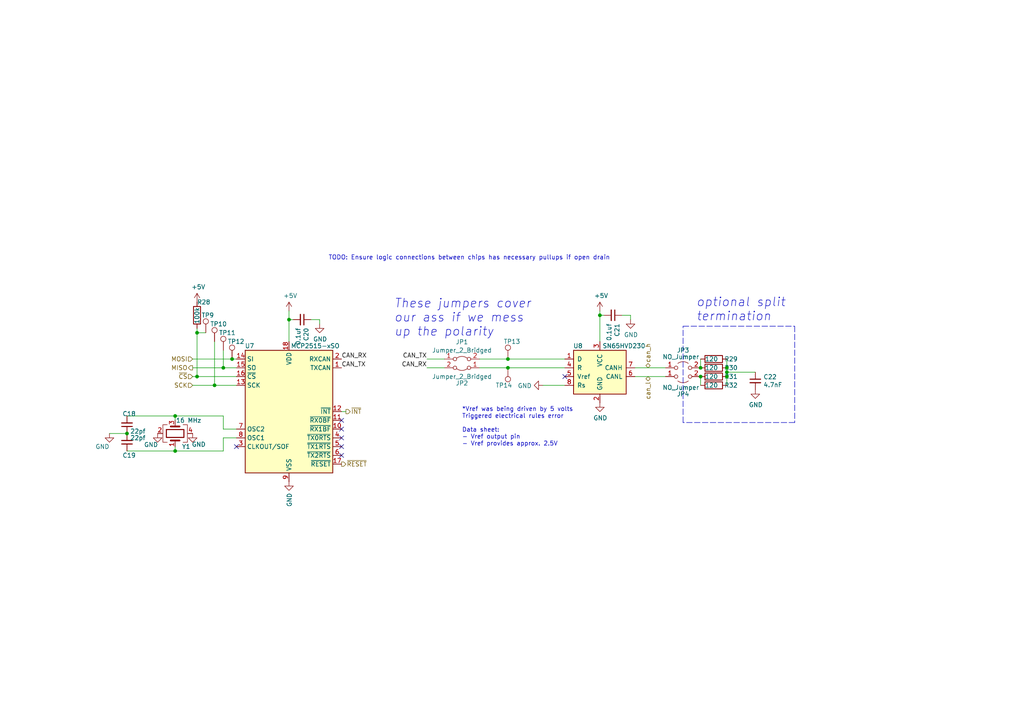
<source format=kicad_sch>
(kicad_sch (version 20211123) (generator eeschema)

  (uuid eb473bfd-fc2d-4cf0-8714-6b7dd95b0a03)

  (paper "A4")

  (lib_symbols
    (symbol "Connector:TestPoint" (pin_numbers hide) (pin_names (offset 0.762) hide) (in_bom yes) (on_board yes)
      (property "Reference" "TP" (id 0) (at 0 6.858 0)
        (effects (font (size 1.27 1.27)))
      )
      (property "Value" "TestPoint" (id 1) (at 0 5.08 0)
        (effects (font (size 1.27 1.27)))
      )
      (property "Footprint" "" (id 2) (at 5.08 0 0)
        (effects (font (size 1.27 1.27)) hide)
      )
      (property "Datasheet" "~" (id 3) (at 5.08 0 0)
        (effects (font (size 1.27 1.27)) hide)
      )
      (property "ki_keywords" "test point tp" (id 4) (at 0 0 0)
        (effects (font (size 1.27 1.27)) hide)
      )
      (property "ki_description" "test point" (id 5) (at 0 0 0)
        (effects (font (size 1.27 1.27)) hide)
      )
      (property "ki_fp_filters" "Pin* Test*" (id 6) (at 0 0 0)
        (effects (font (size 1.27 1.27)) hide)
      )
      (symbol "TestPoint_0_1"
        (circle (center 0 3.302) (radius 0.762)
          (stroke (width 0) (type default) (color 0 0 0 0))
          (fill (type none))
        )
      )
      (symbol "TestPoint_1_1"
        (pin passive line (at 0 0 90) (length 2.54)
          (name "1" (effects (font (size 1.27 1.27))))
          (number "1" (effects (font (size 1.27 1.27))))
        )
      )
    )
    (symbol "Device:C_Small" (pin_numbers hide) (pin_names (offset 0.254) hide) (in_bom yes) (on_board yes)
      (property "Reference" "C" (id 0) (at 0.254 1.778 0)
        (effects (font (size 1.27 1.27)) (justify left))
      )
      (property "Value" "C_Small" (id 1) (at 0.254 -2.032 0)
        (effects (font (size 1.27 1.27)) (justify left))
      )
      (property "Footprint" "" (id 2) (at 0 0 0)
        (effects (font (size 1.27 1.27)) hide)
      )
      (property "Datasheet" "~" (id 3) (at 0 0 0)
        (effects (font (size 1.27 1.27)) hide)
      )
      (property "ki_keywords" "capacitor cap" (id 4) (at 0 0 0)
        (effects (font (size 1.27 1.27)) hide)
      )
      (property "ki_description" "Unpolarized capacitor, small symbol" (id 5) (at 0 0 0)
        (effects (font (size 1.27 1.27)) hide)
      )
      (property "ki_fp_filters" "C_*" (id 6) (at 0 0 0)
        (effects (font (size 1.27 1.27)) hide)
      )
      (symbol "C_Small_0_1"
        (polyline
          (pts
            (xy -1.524 -0.508)
            (xy 1.524 -0.508)
          )
          (stroke (width 0.3302) (type default) (color 0 0 0 0))
          (fill (type none))
        )
        (polyline
          (pts
            (xy -1.524 0.508)
            (xy 1.524 0.508)
          )
          (stroke (width 0.3048) (type default) (color 0 0 0 0))
          (fill (type none))
        )
      )
      (symbol "C_Small_1_1"
        (pin passive line (at 0 2.54 270) (length 2.032)
          (name "~" (effects (font (size 1.27 1.27))))
          (number "1" (effects (font (size 1.27 1.27))))
        )
        (pin passive line (at 0 -2.54 90) (length 2.032)
          (name "~" (effects (font (size 1.27 1.27))))
          (number "2" (effects (font (size 1.27 1.27))))
        )
      )
    )
    (symbol "Device:Crystal_GND24" (pin_names (offset 1.016) hide) (in_bom yes) (on_board yes)
      (property "Reference" "Y" (id 0) (at 3.175 5.08 0)
        (effects (font (size 1.27 1.27)) (justify left))
      )
      (property "Value" "Crystal_GND24" (id 1) (at 3.175 3.175 0)
        (effects (font (size 1.27 1.27)) (justify left))
      )
      (property "Footprint" "" (id 2) (at 0 0 0)
        (effects (font (size 1.27 1.27)) hide)
      )
      (property "Datasheet" "~" (id 3) (at 0 0 0)
        (effects (font (size 1.27 1.27)) hide)
      )
      (property "ki_keywords" "quartz ceramic resonator oscillator" (id 4) (at 0 0 0)
        (effects (font (size 1.27 1.27)) hide)
      )
      (property "ki_description" "Four pin crystal, GND on pins 2 and 4" (id 5) (at 0 0 0)
        (effects (font (size 1.27 1.27)) hide)
      )
      (property "ki_fp_filters" "Crystal*" (id 6) (at 0 0 0)
        (effects (font (size 1.27 1.27)) hide)
      )
      (symbol "Crystal_GND24_0_1"
        (rectangle (start -1.143 2.54) (end 1.143 -2.54)
          (stroke (width 0.3048) (type default) (color 0 0 0 0))
          (fill (type none))
        )
        (polyline
          (pts
            (xy -2.54 0)
            (xy -2.032 0)
          )
          (stroke (width 0) (type default) (color 0 0 0 0))
          (fill (type none))
        )
        (polyline
          (pts
            (xy -2.032 -1.27)
            (xy -2.032 1.27)
          )
          (stroke (width 0.508) (type default) (color 0 0 0 0))
          (fill (type none))
        )
        (polyline
          (pts
            (xy 0 -3.81)
            (xy 0 -3.556)
          )
          (stroke (width 0) (type default) (color 0 0 0 0))
          (fill (type none))
        )
        (polyline
          (pts
            (xy 0 3.556)
            (xy 0 3.81)
          )
          (stroke (width 0) (type default) (color 0 0 0 0))
          (fill (type none))
        )
        (polyline
          (pts
            (xy 2.032 -1.27)
            (xy 2.032 1.27)
          )
          (stroke (width 0.508) (type default) (color 0 0 0 0))
          (fill (type none))
        )
        (polyline
          (pts
            (xy 2.032 0)
            (xy 2.54 0)
          )
          (stroke (width 0) (type default) (color 0 0 0 0))
          (fill (type none))
        )
        (polyline
          (pts
            (xy -2.54 -2.286)
            (xy -2.54 -3.556)
            (xy 2.54 -3.556)
            (xy 2.54 -2.286)
          )
          (stroke (width 0) (type default) (color 0 0 0 0))
          (fill (type none))
        )
        (polyline
          (pts
            (xy -2.54 2.286)
            (xy -2.54 3.556)
            (xy 2.54 3.556)
            (xy 2.54 2.286)
          )
          (stroke (width 0) (type default) (color 0 0 0 0))
          (fill (type none))
        )
      )
      (symbol "Crystal_GND24_1_1"
        (pin passive line (at -3.81 0 0) (length 1.27)
          (name "1" (effects (font (size 1.27 1.27))))
          (number "1" (effects (font (size 1.27 1.27))))
        )
        (pin passive line (at 0 5.08 270) (length 1.27)
          (name "2" (effects (font (size 1.27 1.27))))
          (number "2" (effects (font (size 1.27 1.27))))
        )
        (pin passive line (at 3.81 0 180) (length 1.27)
          (name "3" (effects (font (size 1.27 1.27))))
          (number "3" (effects (font (size 1.27 1.27))))
        )
        (pin passive line (at 0 -5.08 90) (length 1.27)
          (name "4" (effects (font (size 1.27 1.27))))
          (number "4" (effects (font (size 1.27 1.27))))
        )
      )
    )
    (symbol "Device:R" (pin_numbers hide) (pin_names (offset 0)) (in_bom yes) (on_board yes)
      (property "Reference" "R" (id 0) (at 2.032 0 90)
        (effects (font (size 1.27 1.27)))
      )
      (property "Value" "R" (id 1) (at 0 0 90)
        (effects (font (size 1.27 1.27)))
      )
      (property "Footprint" "" (id 2) (at -1.778 0 90)
        (effects (font (size 1.27 1.27)) hide)
      )
      (property "Datasheet" "~" (id 3) (at 0 0 0)
        (effects (font (size 1.27 1.27)) hide)
      )
      (property "ki_keywords" "R res resistor" (id 4) (at 0 0 0)
        (effects (font (size 1.27 1.27)) hide)
      )
      (property "ki_description" "Resistor" (id 5) (at 0 0 0)
        (effects (font (size 1.27 1.27)) hide)
      )
      (property "ki_fp_filters" "R_*" (id 6) (at 0 0 0)
        (effects (font (size 1.27 1.27)) hide)
      )
      (symbol "R_0_1"
        (rectangle (start -1.016 -2.54) (end 1.016 2.54)
          (stroke (width 0.254) (type default) (color 0 0 0 0))
          (fill (type none))
        )
      )
      (symbol "R_1_1"
        (pin passive line (at 0 3.81 270) (length 1.27)
          (name "~" (effects (font (size 1.27 1.27))))
          (number "1" (effects (font (size 1.27 1.27))))
        )
        (pin passive line (at 0 -3.81 90) (length 1.27)
          (name "~" (effects (font (size 1.27 1.27))))
          (number "2" (effects (font (size 1.27 1.27))))
        )
      )
    )
    (symbol "Interface_CAN_LIN:MCP2515-xSO" (in_bom yes) (on_board yes)
      (property "Reference" "U" (id 0) (at -10.16 19.685 0)
        (effects (font (size 1.27 1.27)) (justify right))
      )
      (property "Value" "MCP2515-xSO" (id 1) (at 19.05 20.32 0)
        (effects (font (size 1.27 1.27)) (justify right top))
      )
      (property "Footprint" "Package_SO:SOIC-18W_7.5x11.6mm_P1.27mm" (id 2) (at 0 -22.86 0)
        (effects (font (size 1.27 1.27) italic) hide)
      )
      (property "Datasheet" "http://ww1.microchip.com/downloads/en/DeviceDoc/21801e.pdf" (id 3) (at 2.54 -20.32 0)
        (effects (font (size 1.27 1.27)) hide)
      )
      (property "ki_keywords" "CAN Controller SPI" (id 4) (at 0 0 0)
        (effects (font (size 1.27 1.27)) hide)
      )
      (property "ki_description" "Stand-Alone CAN Controller with SPI Interface, SOIC-18" (id 5) (at 0 0 0)
        (effects (font (size 1.27 1.27)) hide)
      )
      (property "ki_fp_filters" "SOIC*7.5x11.6mm*P1.27mm*" (id 6) (at 0 0 0)
        (effects (font (size 1.27 1.27)) hide)
      )
      (symbol "MCP2515-xSO_0_1"
        (rectangle (start -12.7 17.78) (end 12.7 -17.78)
          (stroke (width 0.254) (type default) (color 0 0 0 0))
          (fill (type background))
        )
      )
      (symbol "MCP2515-xSO_1_1"
        (pin output line (at 15.24 12.7 180) (length 2.54)
          (name "TXCAN" (effects (font (size 1.27 1.27))))
          (number "1" (effects (font (size 1.27 1.27))))
        )
        (pin output line (at 15.24 -5.08 180) (length 2.54)
          (name "~{RX1BF}" (effects (font (size 1.27 1.27))))
          (number "10" (effects (font (size 1.27 1.27))))
        )
        (pin output line (at 15.24 -2.54 180) (length 2.54)
          (name "~{RX0BF}" (effects (font (size 1.27 1.27))))
          (number "11" (effects (font (size 1.27 1.27))))
        )
        (pin output line (at 15.24 0 180) (length 2.54)
          (name "~{INT}" (effects (font (size 1.27 1.27))))
          (number "12" (effects (font (size 1.27 1.27))))
        )
        (pin input line (at -15.24 7.62 0) (length 2.54)
          (name "SCK" (effects (font (size 1.27 1.27))))
          (number "13" (effects (font (size 1.27 1.27))))
        )
        (pin input line (at -15.24 15.24 0) (length 2.54)
          (name "SI" (effects (font (size 1.27 1.27))))
          (number "14" (effects (font (size 1.27 1.27))))
        )
        (pin output line (at -15.24 12.7 0) (length 2.54)
          (name "SO" (effects (font (size 1.27 1.27))))
          (number "15" (effects (font (size 1.27 1.27))))
        )
        (pin input line (at -15.24 10.16 0) (length 2.54)
          (name "~{CS}" (effects (font (size 1.27 1.27))))
          (number "16" (effects (font (size 1.27 1.27))))
        )
        (pin input line (at 15.24 -15.24 180) (length 2.54)
          (name "~{RESET}" (effects (font (size 1.27 1.27))))
          (number "17" (effects (font (size 1.27 1.27))))
        )
        (pin power_in line (at 0 20.32 270) (length 2.54)
          (name "VDD" (effects (font (size 1.27 1.27))))
          (number "18" (effects (font (size 1.27 1.27))))
        )
        (pin input line (at 15.24 15.24 180) (length 2.54)
          (name "RXCAN" (effects (font (size 1.27 1.27))))
          (number "2" (effects (font (size 1.27 1.27))))
        )
        (pin output line (at -15.24 -10.16 0) (length 2.54)
          (name "CLKOUT/SOF" (effects (font (size 1.27 1.27))))
          (number "3" (effects (font (size 1.27 1.27))))
        )
        (pin input line (at 15.24 -7.62 180) (length 2.54)
          (name "~{TX0RTS}" (effects (font (size 1.27 1.27))))
          (number "4" (effects (font (size 1.27 1.27))))
        )
        (pin input line (at 15.24 -10.16 180) (length 2.54)
          (name "~{TX1RTS}" (effects (font (size 1.27 1.27))))
          (number "5" (effects (font (size 1.27 1.27))))
        )
        (pin input line (at 15.24 -12.7 180) (length 2.54)
          (name "~{TX2RTS}" (effects (font (size 1.27 1.27))))
          (number "6" (effects (font (size 1.27 1.27))))
        )
        (pin output line (at -15.24 -5.08 0) (length 2.54)
          (name "OSC2" (effects (font (size 1.27 1.27))))
          (number "7" (effects (font (size 1.27 1.27))))
        )
        (pin input line (at -15.24 -7.62 0) (length 2.54)
          (name "OSC1" (effects (font (size 1.27 1.27))))
          (number "8" (effects (font (size 1.27 1.27))))
        )
        (pin power_in line (at 0 -20.32 90) (length 2.54)
          (name "VSS" (effects (font (size 1.27 1.27))))
          (number "9" (effects (font (size 1.27 1.27))))
        )
      )
    )
    (symbol "Interface_CAN_LIN:SN65HVD230" (pin_names (offset 1.016)) (in_bom yes) (on_board yes)
      (property "Reference" "U" (id 0) (at -2.54 10.16 0)
        (effects (font (size 1.27 1.27)) (justify right))
      )
      (property "Value" "SN65HVD230" (id 1) (at -2.54 7.62 0)
        (effects (font (size 1.27 1.27)) (justify right))
      )
      (property "Footprint" "Package_SO:SOIC-8_3.9x4.9mm_P1.27mm" (id 2) (at 0 -12.7 0)
        (effects (font (size 1.27 1.27)) hide)
      )
      (property "Datasheet" "http://www.ti.com/lit/ds/symlink/sn65hvd230.pdf" (id 3) (at -2.54 10.16 0)
        (effects (font (size 1.27 1.27)) hide)
      )
      (property "ki_keywords" "can transeiver ti low-power" (id 4) (at 0 0 0)
        (effects (font (size 1.27 1.27)) hide)
      )
      (property "ki_description" "CAN Bus Transceivers, 3.3V, 1Mbps, Low-Power capabilities, SOIC-8" (id 5) (at 0 0 0)
        (effects (font (size 1.27 1.27)) hide)
      )
      (property "ki_fp_filters" "SOIC*3.9x4.9mm*P1.27mm*" (id 6) (at 0 0 0)
        (effects (font (size 1.27 1.27)) hide)
      )
      (symbol "SN65HVD230_0_1"
        (rectangle (start -7.62 5.08) (end 7.62 -7.62)
          (stroke (width 0.254) (type default) (color 0 0 0 0))
          (fill (type background))
        )
      )
      (symbol "SN65HVD230_1_1"
        (pin input line (at -10.16 2.54 0) (length 2.54)
          (name "D" (effects (font (size 1.27 1.27))))
          (number "1" (effects (font (size 1.27 1.27))))
        )
        (pin power_in line (at 0 -10.16 90) (length 2.54)
          (name "GND" (effects (font (size 1.27 1.27))))
          (number "2" (effects (font (size 1.27 1.27))))
        )
        (pin power_in line (at 0 7.62 270) (length 2.54)
          (name "VCC" (effects (font (size 1.27 1.27))))
          (number "3" (effects (font (size 1.27 1.27))))
        )
        (pin output line (at -10.16 0 0) (length 2.54)
          (name "R" (effects (font (size 1.27 1.27))))
          (number "4" (effects (font (size 1.27 1.27))))
        )
        (pin output line (at -10.16 -2.54 0) (length 2.54)
          (name "Vref" (effects (font (size 1.27 1.27))))
          (number "5" (effects (font (size 1.27 1.27))))
        )
        (pin bidirectional line (at 10.16 -2.54 180) (length 2.54)
          (name "CANL" (effects (font (size 1.27 1.27))))
          (number "6" (effects (font (size 1.27 1.27))))
        )
        (pin bidirectional line (at 10.16 0 180) (length 2.54)
          (name "CANH" (effects (font (size 1.27 1.27))))
          (number "7" (effects (font (size 1.27 1.27))))
        )
        (pin input line (at -10.16 -5.08 0) (length 2.54)
          (name "Rs" (effects (font (size 1.27 1.27))))
          (number "8" (effects (font (size 1.27 1.27))))
        )
      )
    )
    (symbol "Jumper:Jumper_2_Bridged" (pin_names (offset 0) hide) (in_bom yes) (on_board yes)
      (property "Reference" "JP" (id 0) (at 0 1.905 0)
        (effects (font (size 1.27 1.27)))
      )
      (property "Value" "Jumper_2_Bridged" (id 1) (at 0 -2.54 0)
        (effects (font (size 1.27 1.27)))
      )
      (property "Footprint" "" (id 2) (at 0 0 0)
        (effects (font (size 1.27 1.27)) hide)
      )
      (property "Datasheet" "~" (id 3) (at 0 0 0)
        (effects (font (size 1.27 1.27)) hide)
      )
      (property "ki_keywords" "Jumper SPST" (id 4) (at 0 0 0)
        (effects (font (size 1.27 1.27)) hide)
      )
      (property "ki_description" "Jumper, 2-pole, closed/bridged" (id 5) (at 0 0 0)
        (effects (font (size 1.27 1.27)) hide)
      )
      (property "ki_fp_filters" "Jumper* TestPoint*2Pads* TestPoint*Bridge*" (id 6) (at 0 0 0)
        (effects (font (size 1.27 1.27)) hide)
      )
      (symbol "Jumper_2_Bridged_0_0"
        (circle (center -2.032 0) (radius 0.508)
          (stroke (width 0) (type default) (color 0 0 0 0))
          (fill (type none))
        )
        (circle (center 2.032 0) (radius 0.508)
          (stroke (width 0) (type default) (color 0 0 0 0))
          (fill (type none))
        )
      )
      (symbol "Jumper_2_Bridged_0_1"
        (arc (start 1.524 0.254) (mid 0 0.762) (end -1.524 0.254)
          (stroke (width 0) (type default) (color 0 0 0 0))
          (fill (type none))
        )
      )
      (symbol "Jumper_2_Bridged_1_1"
        (pin passive line (at -5.08 0 0) (length 2.54)
          (name "A" (effects (font (size 1.27 1.27))))
          (number "1" (effects (font (size 1.27 1.27))))
        )
        (pin passive line (at 5.08 0 180) (length 2.54)
          (name "B" (effects (font (size 1.27 1.27))))
          (number "2" (effects (font (size 1.27 1.27))))
        )
      )
    )
    (symbol "Jumper:Jumper_2_Open" (pin_names (offset 0) hide) (in_bom yes) (on_board yes)
      (property "Reference" "JP" (id 0) (at 0 2.794 0)
        (effects (font (size 1.27 1.27)))
      )
      (property "Value" "Jumper_2_Open" (id 1) (at 0 -2.286 0)
        (effects (font (size 1.27 1.27)))
      )
      (property "Footprint" "" (id 2) (at 0 0 0)
        (effects (font (size 1.27 1.27)) hide)
      )
      (property "Datasheet" "~" (id 3) (at 0 0 0)
        (effects (font (size 1.27 1.27)) hide)
      )
      (property "ki_keywords" "Jumper SPST" (id 4) (at 0 0 0)
        (effects (font (size 1.27 1.27)) hide)
      )
      (property "ki_description" "Jumper, 2-pole, open" (id 5) (at 0 0 0)
        (effects (font (size 1.27 1.27)) hide)
      )
      (property "ki_fp_filters" "Jumper* TestPoint*2Pads* TestPoint*Bridge*" (id 6) (at 0 0 0)
        (effects (font (size 1.27 1.27)) hide)
      )
      (symbol "Jumper_2_Open_0_0"
        (circle (center -2.032 0) (radius 0.508)
          (stroke (width 0) (type default) (color 0 0 0 0))
          (fill (type none))
        )
        (circle (center 2.032 0) (radius 0.508)
          (stroke (width 0) (type default) (color 0 0 0 0))
          (fill (type none))
        )
      )
      (symbol "Jumper_2_Open_0_1"
        (arc (start 1.524 1.27) (mid 0 1.778) (end -1.524 1.27)
          (stroke (width 0) (type default) (color 0 0 0 0))
          (fill (type none))
        )
      )
      (symbol "Jumper_2_Open_1_1"
        (pin passive line (at -5.08 0 0) (length 2.54)
          (name "A" (effects (font (size 1.27 1.27))))
          (number "1" (effects (font (size 1.27 1.27))))
        )
        (pin passive line (at 5.08 0 180) (length 2.54)
          (name "B" (effects (font (size 1.27 1.27))))
          (number "2" (effects (font (size 1.27 1.27))))
        )
      )
    )
    (symbol "power:+5V" (power) (pin_names (offset 0)) (in_bom yes) (on_board yes)
      (property "Reference" "#PWR" (id 0) (at 0 -3.81 0)
        (effects (font (size 1.27 1.27)) hide)
      )
      (property "Value" "+5V" (id 1) (at 0 3.556 0)
        (effects (font (size 1.27 1.27)))
      )
      (property "Footprint" "" (id 2) (at 0 0 0)
        (effects (font (size 1.27 1.27)) hide)
      )
      (property "Datasheet" "" (id 3) (at 0 0 0)
        (effects (font (size 1.27 1.27)) hide)
      )
      (property "ki_keywords" "power-flag" (id 4) (at 0 0 0)
        (effects (font (size 1.27 1.27)) hide)
      )
      (property "ki_description" "Power symbol creates a global label with name \"+5V\"" (id 5) (at 0 0 0)
        (effects (font (size 1.27 1.27)) hide)
      )
      (symbol "+5V_0_1"
        (polyline
          (pts
            (xy -0.762 1.27)
            (xy 0 2.54)
          )
          (stroke (width 0) (type default) (color 0 0 0 0))
          (fill (type none))
        )
        (polyline
          (pts
            (xy 0 0)
            (xy 0 2.54)
          )
          (stroke (width 0) (type default) (color 0 0 0 0))
          (fill (type none))
        )
        (polyline
          (pts
            (xy 0 2.54)
            (xy 0.762 1.27)
          )
          (stroke (width 0) (type default) (color 0 0 0 0))
          (fill (type none))
        )
      )
      (symbol "+5V_1_1"
        (pin power_in line (at 0 0 90) (length 0) hide
          (name "+5V" (effects (font (size 1.27 1.27))))
          (number "1" (effects (font (size 1.27 1.27))))
        )
      )
    )
    (symbol "power:GND" (power) (pin_names (offset 0)) (in_bom yes) (on_board yes)
      (property "Reference" "#PWR" (id 0) (at 0 -6.35 0)
        (effects (font (size 1.27 1.27)) hide)
      )
      (property "Value" "GND" (id 1) (at 0 -3.81 0)
        (effects (font (size 1.27 1.27)))
      )
      (property "Footprint" "" (id 2) (at 0 0 0)
        (effects (font (size 1.27 1.27)) hide)
      )
      (property "Datasheet" "" (id 3) (at 0 0 0)
        (effects (font (size 1.27 1.27)) hide)
      )
      (property "ki_keywords" "power-flag" (id 4) (at 0 0 0)
        (effects (font (size 1.27 1.27)) hide)
      )
      (property "ki_description" "Power symbol creates a global label with name \"GND\" , ground" (id 5) (at 0 0 0)
        (effects (font (size 1.27 1.27)) hide)
      )
      (symbol "GND_0_1"
        (polyline
          (pts
            (xy 0 0)
            (xy 0 -1.27)
            (xy 1.27 -1.27)
            (xy 0 -2.54)
            (xy -1.27 -1.27)
            (xy 0 -1.27)
          )
          (stroke (width 0) (type default) (color 0 0 0 0))
          (fill (type none))
        )
      )
      (symbol "GND_1_1"
        (pin power_in line (at 0 0 270) (length 0) hide
          (name "GND" (effects (font (size 1.27 1.27))))
          (number "1" (effects (font (size 1.27 1.27))))
        )
      )
    )
  )

  (junction (at 210.82 109.22) (diameter 0) (color 0 0 0 0)
    (uuid 1732b93f-cd0e-4ca4-a905-bb406354ca33)
  )
  (junction (at 36.83 125.73) (diameter 0) (color 0 0 0 0)
    (uuid 1bf7d0f9-0dcf-4d7c-b58c-318e3dc42bc9)
  )
  (junction (at 57.15 96.52) (diameter 0) (color 0 0 0 0)
    (uuid 2a4111b7-8149-4814-9344-3b8119cd75e4)
  )
  (junction (at 210.82 106.68) (diameter 0) (color 0 0 0 0)
    (uuid 2f0570b6-86da-47a8-9e56-ce60c431c534)
  )
  (junction (at 67.31 104.14) (diameter 0) (color 0 0 0 0)
    (uuid 319c683d-aed6-4e7d-aee2-ff9871746d52)
  )
  (junction (at 64.77 106.68) (diameter 0) (color 0 0 0 0)
    (uuid 41c18011-40db-4384-9ba4-c0158d0d9d6a)
  )
  (junction (at 50.8 120.65) (diameter 0) (color 0 0 0 0)
    (uuid 4ce9470f-5633-41bf-89ac-74a810939893)
  )
  (junction (at 50.8 130.81) (diameter 0) (color 0 0 0 0)
    (uuid 51cc007a-3378-4ce3-909c-71e94822f8d1)
  )
  (junction (at 83.82 92.71) (diameter 0) (color 0 0 0 0)
    (uuid 57f248a7-365e-4c42-b80d-5a7d1f9dfaf3)
  )
  (junction (at 210.82 107.95) (diameter 0) (color 0 0 0 0)
    (uuid 58126faf-01a4-4f91-8e8c-ca9e47b48048)
  )
  (junction (at 147.32 104.14) (diameter 0) (color 0 0 0 0)
    (uuid 58cc7831-f944-4d33-8c61-2fd5bebc61e0)
  )
  (junction (at 203.2 106.68) (diameter 0) (color 0 0 0 0)
    (uuid 6f1beb86-67e1-46bf-8c2b-6d1e1485d5c0)
  )
  (junction (at 147.32 106.68) (diameter 0) (color 0 0 0 0)
    (uuid 92a23ed4-a5ea-4cea-bc33-0a83191a0d32)
  )
  (junction (at 62.23 111.76) (diameter 0) (color 0 0 0 0)
    (uuid b9d4de74-d246-495d-8b63-12ab2133d6d6)
  )
  (junction (at 203.2 109.22) (diameter 0) (color 0 0 0 0)
    (uuid c3a69550-c4fa-45d1-9aba-0bba47699cca)
  )
  (junction (at 57.15 109.22) (diameter 0) (color 0 0 0 0)
    (uuid c7cd39db-931a-4d86-96b8-57e6b39f58f9)
  )
  (junction (at 173.99 91.44) (diameter 0) (color 0 0 0 0)
    (uuid d18f2428-546f-4066-8ffb-7653303685db)
  )

  (no_connect (at 163.83 109.22) (uuid 2028d85e-9e27-4758-8c0b-559fad072813))
  (no_connect (at 68.58 129.54) (uuid 278a91dc-d57d-4a5c-a045-34b6bd84131f))
  (no_connect (at 99.06 127) (uuid 4641c87c-bffa-41fe-ae77-be3a97a6f797))
  (no_connect (at 99.06 124.46) (uuid 4cc0e615-05a0-4f42-a208-4011ba8ef841))
  (no_connect (at 99.06 121.92) (uuid 98966de3-2364-43d8-a2e0-b03bb9487b03))
  (no_connect (at 99.06 129.54) (uuid da546d77-4b03-4562-8fc6-837fd68e7691))
  (no_connect (at 99.06 132.08) (uuid e2fac877-439c-4da0-af2e-5fdc70f85d42))

  (wire (pts (xy 92.71 93.98) (xy 92.71 92.71))
    (stroke (width 0) (type default) (color 0 0 0 0))
    (uuid 099473f1-6598-46ff-a50f-4c520832170d)
  )
  (wire (pts (xy 64.77 101.6) (xy 64.77 106.68))
    (stroke (width 0) (type default) (color 0 0 0 0))
    (uuid 09bbea88-8bd7-48ec-baae-1b4a9a11a40e)
  )
  (wire (pts (xy 64.77 106.68) (xy 68.58 106.68))
    (stroke (width 0) (type default) (color 0 0 0 0))
    (uuid 0fb27e11-fde6-4a25-adbb-e9684771b369)
  )
  (wire (pts (xy 184.15 106.68) (xy 193.04 106.68))
    (stroke (width 0) (type default) (color 0 0 0 0))
    (uuid 165f4d8d-26a9-4cf2-a8d6-9936cd983be4)
  )
  (wire (pts (xy 123.825 106.68) (xy 128.905 106.68))
    (stroke (width 0) (type default) (color 0 0 0 0))
    (uuid 178ae27e-edb9-4ffb-bd13-c0a6dd659606)
  )
  (wire (pts (xy 83.82 90.17) (xy 83.82 92.71))
    (stroke (width 0) (type default) (color 0 0 0 0))
    (uuid 199124ca-dd64-45cf-a063-97cc545cbea7)
  )
  (wire (pts (xy 83.82 92.71) (xy 83.82 99.06))
    (stroke (width 0) (type default) (color 0 0 0 0))
    (uuid 1bd80cf9-f42a-4aee-a408-9dbf4e81e625)
  )
  (wire (pts (xy 50.8 121.92) (xy 50.8 120.65))
    (stroke (width 0) (type default) (color 0 0 0 0))
    (uuid 1cacb878-9da4-41fc-aa80-018bc841e19a)
  )
  (wire (pts (xy 173.99 91.44) (xy 175.26 91.44))
    (stroke (width 0) (type default) (color 0 0 0 0))
    (uuid 1cc5480b-56b7-4379-98e2-ccafc88911a7)
  )
  (wire (pts (xy 210.82 109.22) (xy 210.82 111.76))
    (stroke (width 0) (type default) (color 0 0 0 0))
    (uuid 1d0d5161-c82f-4c77-a9ca-15d017db65d3)
  )
  (wire (pts (xy 55.88 106.68) (xy 64.77 106.68))
    (stroke (width 0) (type default) (color 0 0 0 0))
    (uuid 1de61170-5337-44c5-ba28-bd477db4bff1)
  )
  (wire (pts (xy 57.15 109.22) (xy 68.58 109.22))
    (stroke (width 0) (type default) (color 0 0 0 0))
    (uuid 2102c637-9f11-48f1-aae6-b4139dc22be2)
  )
  (wire (pts (xy 64.77 124.46) (xy 68.58 124.46))
    (stroke (width 0) (type default) (color 0 0 0 0))
    (uuid 247ebffd-2cb6-4379-ba6e-21861fea3913)
  )
  (wire (pts (xy 123.825 104.14) (xy 128.905 104.14))
    (stroke (width 0) (type default) (color 0 0 0 0))
    (uuid 25c663ff-96b6-4263-a06e-d1829409cf73)
  )
  (wire (pts (xy 67.31 104.14) (xy 68.58 104.14))
    (stroke (width 0) (type default) (color 0 0 0 0))
    (uuid 2f3fba7a-cf45-4bd8-9035-07e6fa0b4732)
  )
  (wire (pts (xy 147.32 106.68) (xy 163.83 106.68))
    (stroke (width 0) (type default) (color 0 0 0 0))
    (uuid 34ce7009-187e-4541-a14e-708b3a2903d9)
  )
  (wire (pts (xy 163.83 111.76) (xy 157.48 111.76))
    (stroke (width 0) (type default) (color 0 0 0 0))
    (uuid 3993c707-5291-41b6-83c0-d1c09cb3833a)
  )
  (wire (pts (xy 55.88 109.22) (xy 57.15 109.22))
    (stroke (width 0) (type default) (color 0 0 0 0))
    (uuid 3a1a39fc-8030-4c93-9d9c-d79ba6824099)
  )
  (wire (pts (xy 210.82 104.14) (xy 210.82 106.68))
    (stroke (width 0) (type default) (color 0 0 0 0))
    (uuid 3fa05934-8ad1-40a9-af5c-98ad298eb412)
  )
  (wire (pts (xy 210.82 107.95) (xy 210.82 109.22))
    (stroke (width 0) (type default) (color 0 0 0 0))
    (uuid 44b926bf-8bdd-4191-846d-2dfabab2cecb)
  )
  (polyline (pts (xy 230.505 94.615) (xy 230.505 122.555))
    (stroke (width 0) (type default) (color 0 0 0 0))
    (uuid 49488c82-6277-4d05-a051-6a9df142c373)
  )

  (wire (pts (xy 50.8 130.81) (xy 64.77 130.81))
    (stroke (width 0) (type default) (color 0 0 0 0))
    (uuid 5576cd03-3bad-40c5-9316-1d286895d52a)
  )
  (wire (pts (xy 59.69 96.52) (xy 57.15 96.52))
    (stroke (width 0) (type default) (color 0 0 0 0))
    (uuid 560d05a7-84e4-403a-80d1-f287a4032b8a)
  )
  (wire (pts (xy 62.23 111.76) (xy 68.58 111.76))
    (stroke (width 0) (type default) (color 0 0 0 0))
    (uuid 66ca01b3-51ff-4294-9b77-4492e98f6aec)
  )
  (wire (pts (xy 203.2 109.22) (xy 203.2 111.76))
    (stroke (width 0) (type default) (color 0 0 0 0))
    (uuid 7ca71fec-e7f1-454f-9196-b80d15925fff)
  )
  (wire (pts (xy 64.77 130.81) (xy 64.77 127))
    (stroke (width 0) (type default) (color 0 0 0 0))
    (uuid 83184391-76ed-44f0-8cd0-01f89f157bdb)
  )
  (wire (pts (xy 182.88 91.44) (xy 180.34 91.44))
    (stroke (width 0) (type default) (color 0 0 0 0))
    (uuid 851f3d61-ba3b-4e6e-abd4-cafa4d9b64cb)
  )
  (wire (pts (xy 184.15 109.22) (xy 193.04 109.22))
    (stroke (width 0) (type default) (color 0 0 0 0))
    (uuid 8e697b96-cf4c-43ef-b321-8c2422b088bf)
  )
  (wire (pts (xy 31.75 125.73) (xy 36.83 125.73))
    (stroke (width 0) (type default) (color 0 0 0 0))
    (uuid 9208ea78-8dde-4b3d-91e9-5755ab5efd9a)
  )
  (wire (pts (xy 64.77 120.65) (xy 64.77 124.46))
    (stroke (width 0) (type default) (color 0 0 0 0))
    (uuid 94d24676-7ae3-483c-8bd6-88d31adf00b4)
  )
  (wire (pts (xy 36.83 130.81) (xy 50.8 130.81))
    (stroke (width 0) (type default) (color 0 0 0 0))
    (uuid 966ee9ec-860e-45bb-af89-30bda72b2032)
  )
  (wire (pts (xy 50.8 129.54) (xy 50.8 130.81))
    (stroke (width 0) (type default) (color 0 0 0 0))
    (uuid 96ef76a5-90c3-4767-98ba-2b61887e28d3)
  )
  (wire (pts (xy 182.88 92.71) (xy 182.88 91.44))
    (stroke (width 0) (type default) (color 0 0 0 0))
    (uuid 9a8ad8bb-d9a9-4b2b-bc88-ea6fd2676d45)
  )
  (wire (pts (xy 147.32 106.68) (xy 139.065 106.68))
    (stroke (width 0) (type default) (color 0 0 0 0))
    (uuid 9de304ba-fba7-4896-b969-9d87a3522d74)
  )
  (wire (pts (xy 210.82 107.95) (xy 219.075 107.95))
    (stroke (width 0) (type default) (color 0 0 0 0))
    (uuid 9e136ac4-5d28-4814-9ebf-c30c372bc2ec)
  )
  (wire (pts (xy 62.23 99.06) (xy 62.23 111.76))
    (stroke (width 0) (type default) (color 0 0 0 0))
    (uuid 9f969b13-1795-4747-8326-93bdc304ed56)
  )
  (wire (pts (xy 147.32 104.14) (xy 163.83 104.14))
    (stroke (width 0) (type default) (color 0 0 0 0))
    (uuid a0d52767-051a-423c-a600-928281f27952)
  )
  (wire (pts (xy 173.99 90.17) (xy 173.99 91.44))
    (stroke (width 0) (type default) (color 0 0 0 0))
    (uuid a5362821-c161-4c7a-a00c-40e1d7472d56)
  )
  (wire (pts (xy 57.15 96.52) (xy 57.15 109.22))
    (stroke (width 0) (type default) (color 0 0 0 0))
    (uuid a686ed7c-c2d1-4d29-9d54-727faf9fd6bf)
  )
  (wire (pts (xy 50.8 120.65) (xy 64.77 120.65))
    (stroke (width 0) (type default) (color 0 0 0 0))
    (uuid aa23bfe3-454b-4a2b-bfe1-101c747eb84e)
  )
  (wire (pts (xy 55.88 111.76) (xy 62.23 111.76))
    (stroke (width 0) (type default) (color 0 0 0 0))
    (uuid b2b363dd-8e47-4a76-a142-e00e28334875)
  )
  (wire (pts (xy 203.2 104.14) (xy 203.2 106.68))
    (stroke (width 0) (type default) (color 0 0 0 0))
    (uuid b7b00984-6ab1-482e-b4b4-67cac44d44da)
  )
  (polyline (pts (xy 198.12 94.615) (xy 230.505 94.615))
    (stroke (width 0) (type default) (color 0 0 0 0))
    (uuid be5a7017-fe9d-43ea-9a6a-8fe8deb78420)
  )

  (wire (pts (xy 57.15 95.25) (xy 57.15 96.52))
    (stroke (width 0) (type default) (color 0 0 0 0))
    (uuid c15b2f75-2e10-4b71-bebb-e2b872171b92)
  )
  (polyline (pts (xy 230.505 122.555) (xy 198.12 122.555))
    (stroke (width 0) (type default) (color 0 0 0 0))
    (uuid c20aea50-e9e4-4978-b938-d613d445aab7)
  )

  (wire (pts (xy 85.09 92.71) (xy 83.82 92.71))
    (stroke (width 0) (type default) (color 0 0 0 0))
    (uuid c346b00c-b5e0-4939-beb4-7f48172ef334)
  )
  (wire (pts (xy 173.99 91.44) (xy 173.99 99.06))
    (stroke (width 0) (type default) (color 0 0 0 0))
    (uuid ca6e2466-a90a-4dab-be16-b070610e5087)
  )
  (wire (pts (xy 92.71 92.71) (xy 90.17 92.71))
    (stroke (width 0) (type default) (color 0 0 0 0))
    (uuid ca9b74ce-0dee-401c-9544-f599f4cf538d)
  )
  (wire (pts (xy 55.88 104.14) (xy 67.31 104.14))
    (stroke (width 0) (type default) (color 0 0 0 0))
    (uuid cb1a49ef-0a06-4f40-9008-61d1d1c36198)
  )
  (wire (pts (xy 99.06 119.38) (xy 100.33 119.38))
    (stroke (width 0) (type default) (color 0 0 0 0))
    (uuid d767f2ff-12ec-4778-96cb-3fdd7a473d60)
  )
  (wire (pts (xy 64.77 127) (xy 68.58 127))
    (stroke (width 0) (type default) (color 0 0 0 0))
    (uuid db6412d3-e6c3-4bdd-abf4-a8f55d56df31)
  )
  (polyline (pts (xy 198.12 122.555) (xy 198.12 94.615))
    (stroke (width 0) (type default) (color 0 0 0 0))
    (uuid e0d7c1d9-102e-4758-a8b7-ff248f1ce315)
  )

  (wire (pts (xy 36.83 120.65) (xy 50.8 120.65))
    (stroke (width 0) (type default) (color 0 0 0 0))
    (uuid e45aa7d8-0254-4176-afd9-766820762e19)
  )
  (wire (pts (xy 139.065 104.14) (xy 147.32 104.14))
    (stroke (width 0) (type default) (color 0 0 0 0))
    (uuid f203116d-f256-4611-a03e-9536bbedaf2f)
  )
  (wire (pts (xy 210.82 106.68) (xy 210.82 107.95))
    (stroke (width 0) (type default) (color 0 0 0 0))
    (uuid f4117d3e-819d-4d33-bf85-69e28ba32fe5)
  )

  (text "optional split \ntermination" (at 201.93 93.345 0)
    (effects (font (size 2.54 2.54) italic) (justify left bottom))
    (uuid 5eb16f0d-ef1e-4549-97a1-19cd06ad7236)
  )
  (text "TODO: Ensure logic connections between chips has necessary pullups if open drain"
    (at 95.25 75.565 0)
    (effects (font (size 1.27 1.27)) (justify left bottom))
    (uuid 94a10cae-6ef2-4b64-9d98-fb22aa3306cc)
  )
  (text "These jumpers cover \nour ass if we mess \nup the polarity"
    (at 114.3 97.79 0)
    (effects (font (size 2.54 2.54) italic) (justify left bottom))
    (uuid 9cacb6ad-6bbf-4ffe-b0a4-2df24045e046)
  )
  (text "*Vref was being driven by 5 volts\nTriggered electrical rules error\n\nData sheet:\n- Vref output pin\n- Vref provides approx. 2.5V\n"
    (at 133.985 129.54 0)
    (effects (font (size 1.2446 1.2446)) (justify left bottom))
    (uuid a48f5fff-52e4-4ae8-8faa-7084c7ae8a28)
  )

  (label "CAN_RX" (at 99.06 104.14 0)
    (effects (font (size 1.27 1.27)) (justify left bottom))
    (uuid 0ba17a9b-d889-426c-b4fe-048bed6b6be8)
  )
  (label "CAN_RX" (at 123.825 106.68 180)
    (effects (font (size 1.27 1.27)) (justify right bottom))
    (uuid 761c8e29-382a-475c-a37a-7201cc9cd0f5)
  )
  (label "CAN_TX" (at 99.06 106.68 0)
    (effects (font (size 1.27 1.27)) (justify left bottom))
    (uuid e50c80c5-80c4-46a3-8c1e-c9c3a71a0934)
  )
  (label "CAN_TX" (at 123.825 104.14 180)
    (effects (font (size 1.27 1.27)) (justify right bottom))
    (uuid f33ec0db-ef0f-4576-8054-2833161a8f30)
  )

  (hierarchical_label "MOSI" (shape input) (at 55.88 104.14 180)
    (effects (font (size 1.27 1.27)) (justify right))
    (uuid 0554bea0-89b2-4e25-9ea3-4c73921c94cb)
  )
  (hierarchical_label "SCK" (shape input) (at 55.88 111.76 180)
    (effects (font (size 1.27 1.27)) (justify right))
    (uuid 29126f72-63f7-4275-8b12-6b96a71c6f17)
  )
  (hierarchical_label "~{RESET}" (shape output) (at 99.06 134.62 0)
    (effects (font (size 1.27 1.27)) (justify left))
    (uuid 2ea8fa6f-efc3-40fe-bcf9-05bfa46ead4f)
  )
  (hierarchical_label "MISO" (shape output) (at 55.88 106.68 180)
    (effects (font (size 1.27 1.27)) (justify right))
    (uuid 8d063f79-9282-4820-bcf4-1ff3c006cf08)
  )
  (hierarchical_label "~{INT}" (shape output) (at 100.33 119.38 0)
    (effects (font (size 1.27 1.27)) (justify left))
    (uuid 9da1ace0-4181-4f12-80f8-16786a9e5c07)
  )
  (hierarchical_label "~{CS}" (shape input) (at 55.88 109.22 180)
    (effects (font (size 1.27 1.27)) (justify right))
    (uuid af186015-d283-4209-aade-a247e5de01df)
  )
  (hierarchical_label "can_l" (shape bidirectional) (at 187.96 109.22 270)
    (effects (font (size 1.27 1.27)) (justify right))
    (uuid fa20e708-ec85-4e0b-8402-f74a2724f920)
  )
  (hierarchical_label "can_h" (shape bidirectional) (at 187.96 106.68 90)
    (effects (font (size 1.27 1.27)) (justify left))
    (uuid fb35e3b1-aff6-41a7-9cf0-52694b95edeb)
  )

  (symbol (lib_id "Device:C_Small") (at 177.8 91.44 270) (unit 1)
    (in_bom yes) (on_board yes)
    (uuid 00000000-0000-0000-0000-00005d356913)
    (property "Reference" "C21" (id 0) (at 178.9684 93.7768 0)
      (effects (font (size 1.27 1.27)) (justify left))
    )
    (property "Value" "0.1uf" (id 1) (at 176.657 93.7768 0)
      (effects (font (size 1.27 1.27)) (justify left))
    )
    (property "Footprint" "Capacitor_SMD:C_0603_1608Metric_Pad1.08x0.95mm_HandSolder" (id 2) (at 177.8 91.44 0)
      (effects (font (size 1.27 1.27)) hide)
    )
    (property "Datasheet" "~" (id 3) (at 177.8 91.44 0)
      (effects (font (size 1.27 1.27)) hide)
    )
    (property "Manufacturer" "." (id 4) (at 161.29 82.55 90)
      (effects (font (size 1.524 1.524)) hide)
    )
    (property "Part Number" "." (id 5) (at 161.29 82.55 90)
      (effects (font (size 1.524 1.524)) hide)
    )
    (property "Description" "CAP CER 0.1UF 25V X7R 0603" (id 6) (at 161.29 82.55 90)
      (effects (font (size 1.524 1.524)) hide)
    )
    (property "Package" "0603" (id 7) (at 161.29 82.55 90)
      (effects (font (size 1.524 1.524)) hide)
    )
    (pin "1" (uuid b31b8dc0-cf0b-4915-931d-ffb0aac6e405))
    (pin "2" (uuid 2ee5a3ab-5ab1-4487-91a1-9d7939fb15f5))
  )

  (symbol (lib_id "power:GND") (at 173.99 116.84 0) (unit 1)
    (in_bom yes) (on_board yes)
    (uuid 00000000-0000-0000-0000-00006036e4bd)
    (property "Reference" "#PWR073" (id 0) (at 173.99 123.19 0)
      (effects (font (size 1.27 1.27)) hide)
    )
    (property "Value" "GND" (id 1) (at 174.117 121.2342 0))
    (property "Footprint" "" (id 2) (at 173.99 116.84 0)
      (effects (font (size 1.27 1.27)) hide)
    )
    (property "Datasheet" "" (id 3) (at 173.99 116.84 0)
      (effects (font (size 1.27 1.27)) hide)
    )
    (pin "1" (uuid 7681789a-54ff-407c-927c-10c8a7b5fa79))
  )

  (symbol (lib_id "power:GND") (at 182.88 92.71 0) (unit 1)
    (in_bom yes) (on_board yes)
    (uuid 00000000-0000-0000-0000-00006036e9cd)
    (property "Reference" "#PWR074" (id 0) (at 182.88 99.06 0)
      (effects (font (size 1.27 1.27)) hide)
    )
    (property "Value" "GND" (id 1) (at 183.007 97.1042 0))
    (property "Footprint" "" (id 2) (at 182.88 92.71 0)
      (effects (font (size 1.27 1.27)) hide)
    )
    (property "Datasheet" "" (id 3) (at 182.88 92.71 0)
      (effects (font (size 1.27 1.27)) hide)
    )
    (pin "1" (uuid 28dec85b-dddd-4f1e-8d17-eb3b2655c468))
  )

  (symbol (lib_id "power:GND") (at 157.48 111.76 270) (unit 1)
    (in_bom yes) (on_board yes)
    (uuid 00000000-0000-0000-0000-00006037a558)
    (property "Reference" "#PWR071" (id 0) (at 151.13 111.76 0)
      (effects (font (size 1.27 1.27)) hide)
    )
    (property "Value" "GND" (id 1) (at 154.2288 111.887 90)
      (effects (font (size 1.27 1.27)) (justify right))
    )
    (property "Footprint" "" (id 2) (at 157.48 111.76 0)
      (effects (font (size 1.27 1.27)) hide)
    )
    (property "Datasheet" "" (id 3) (at 157.48 111.76 0)
      (effects (font (size 1.27 1.27)) hide)
    )
    (pin "1" (uuid c71700fb-05a0-42b4-808d-464af8cb8f7b))
  )

  (symbol (lib_id "Interface_CAN_LIN:MCP2515-xSO") (at 83.82 119.38 0) (unit 1)
    (in_bom yes) (on_board yes)
    (uuid 00000000-0000-0000-0000-000060ed98c6)
    (property "Reference" "U7" (id 0) (at 72.39 100.33 0))
    (property "Value" "MCP2515-xSO" (id 1) (at 91.44 100.33 0))
    (property "Footprint" "Package_SO:SOIC-18W_7.5x11.6mm_P1.27mm" (id 2) (at 83.82 142.24 0)
      (effects (font (size 1.27 1.27) italic) hide)
    )
    (property "Datasheet" "https://datasheet.lcsc.com/lcsc/1806140324_Microchip-Tech-MCP2515T-I-SO_C153782.pdf" (id 3) (at 86.36 139.7 0)
      (effects (font (size 1.27 1.27)) hide)
    )
    (property "Manufacturer" "Microchip Tech" (id 4) (at 83.82 119.38 0)
      (effects (font (size 1.27 1.27)) hide)
    )
    (property "Part Number" "MCP2515T-I/SO" (id 5) (at 83.82 119.38 0)
      (effects (font (size 1.27 1.27)) hide)
    )
    (property "Description" "Controller CAN SOIC-18 CAN ICs RoHS" (id 6) (at 83.82 119.38 0)
      (effects (font (size 1.27 1.27)) hide)
    )
    (property "Package" "SOIC-18" (id 7) (at 83.82 119.38 0)
      (effects (font (size 1.27 1.27)) hide)
    )
    (pin "1" (uuid 6220dc48-361a-4674-830a-01b53a5ea7e9))
    (pin "10" (uuid ddac6a0f-a566-4c18-bfd1-60433568d7e2))
    (pin "11" (uuid 95f23959-3be6-4713-9a0a-ab083f42d815))
    (pin "12" (uuid 6d4ff248-d460-468b-858e-feb37f2c9c9e))
    (pin "13" (uuid 87af91c5-4bdd-4bc6-8722-3516d859d28a))
    (pin "14" (uuid 31c91d01-d3ff-4824-abd4-f18d29ab9ce9))
    (pin "15" (uuid 54cc422b-9d48-4e49-88e6-9d04fb46edf4))
    (pin "16" (uuid b5bc826a-1504-4d26-a138-ddec82e63711))
    (pin "17" (uuid bc9a88eb-7ad1-4d7a-9610-a5093eafc3bd))
    (pin "18" (uuid 111bd023-77ee-4085-90b5-297628784c51))
    (pin "2" (uuid 13e006e9-2abf-4969-a8ad-099016bdcf77))
    (pin "3" (uuid f46ae320-bf1a-40d5-b9fc-8b14d79bf6a3))
    (pin "4" (uuid 05e9a005-385e-4ec8-868c-683ada711aeb))
    (pin "5" (uuid c5e67326-3b3f-4590-bfe1-a3e5d4fc6b11))
    (pin "6" (uuid 87d89591-6037-4506-a1b8-e3e3842eb4c7))
    (pin "7" (uuid 103e60d5-bf55-4d70-98fe-58775b093897))
    (pin "8" (uuid 0e45303a-92c1-423a-a8ff-8151274e1765))
    (pin "9" (uuid 51bba3cb-b534-4e41-85d0-cf8057d5060b))
  )

  (symbol (lib_id "Interface_CAN_LIN:SN65HVD230") (at 173.99 106.68 0) (unit 1)
    (in_bom yes) (on_board yes)
    (uuid 00000000-0000-0000-0000-000060edc5b0)
    (property "Reference" "U8" (id 0) (at 167.64 100.33 0))
    (property "Value" "SN65HVD230" (id 1) (at 180.975 100.33 0))
    (property "Footprint" "Package_SO:SOIC-8_3.9x4.9mm_P1.27mm" (id 2) (at 173.99 119.38 0)
      (effects (font (size 1.27 1.27)) hide)
    )
    (property "Datasheet" "http://www.ti.com/lit/ds/symlink/sn65hvd230.pdf" (id 3) (at 171.45 96.52 0)
      (effects (font (size 1.27 1.27)) hide)
    )
    (property "Manufacturer" "Texas Instruments" (id 4) (at 173.99 106.68 0)
      (effects (font (size 1.27 1.27)) hide)
    )
    (property "Part Number" "SN65HVD230DR" (id 5) (at 173.99 106.68 0)
      (effects (font (size 1.27 1.27)) hide)
    )
    (property "Description" "Transceiver CAN 1/1 1Mbps SOIC-8_150mil CAN ICs RoHS" (id 6) (at 173.99 106.68 0)
      (effects (font (size 1.27 1.27)) hide)
    )
    (property "Package" "SOIC-8" (id 7) (at 173.99 106.68 0)
      (effects (font (size 1.27 1.27)) hide)
    )
    (pin "1" (uuid 07d0c243-aa7c-4804-9709-e24835eb7846))
    (pin "2" (uuid 454147d5-dc22-4603-867f-2f1a6cfcd20a))
    (pin "3" (uuid 3c8a500f-f057-4a87-8a59-11d72df1e4dd))
    (pin "4" (uuid f1701cbf-1a89-42d4-b5a1-4c479add2fca))
    (pin "5" (uuid f02b6d36-7f75-431f-9c22-dff5c7ac63db))
    (pin "6" (uuid c3a49482-8270-4666-97b0-2a3d85671d5c))
    (pin "7" (uuid 5c5a4ac6-1a2b-437b-9879-4da244628815))
    (pin "8" (uuid ca5842c7-0e06-48dd-9d53-cf6912fb6c89))
  )

  (symbol (lib_id "Device:Crystal_GND24") (at 50.8 125.73 90) (unit 1)
    (in_bom yes) (on_board yes)
    (uuid 00000000-0000-0000-0000-000060edf2c9)
    (property "Reference" "Y1" (id 0) (at 55.245 129.54 90)
      (effects (font (size 1.27 1.27)) (justify left))
    )
    (property "Value" "16 MHz" (id 1) (at 58.42 121.92 90)
      (effects (font (size 1.27 1.27)) (justify left))
    )
    (property "Footprint" "Crystal:Crystal_SMD_3225-4Pin_3.2x2.5mm_HandSoldering" (id 2) (at 50.8 125.73 0)
      (effects (font (size 1.27 1.27)) hide)
    )
    (property "Datasheet" "https://datasheet.lcsc.com/szlcsc/Yangxing-Tech-X322516MLB4SI_C13738.pdf" (id 3) (at 50.8 125.73 0)
      (effects (font (size 1.27 1.27)) hide)
    )
    (property "Manufacturer" "Yangxing Tech" (id 4) (at 50.8 125.73 0)
      (effects (font (size 1.27 1.27)) hide)
    )
    (property "Part Number" "X322516MLB4SI" (id 5) (at 50.8 125.73 0)
      (effects (font (size 1.27 1.27)) hide)
    )
    (property "Description" "SMD Crystal Resonators 16MHz ±10ppm SMD-3225_4P RoHS" (id 6) (at 50.8 125.73 0)
      (effects (font (size 1.27 1.27)) hide)
    )
    (property "Package" "SMD-3225_4P" (id 7) (at 50.8 125.73 0)
      (effects (font (size 1.27 1.27)) hide)
    )
    (pin "1" (uuid 3b7ed7db-8a4e-49bb-b341-1ad14e6f4124))
    (pin "2" (uuid 00308629-8da9-4087-8dd1-e46e0aaf2a45))
    (pin "3" (uuid 3c085182-dc6a-47f2-ac7b-0da3789e0057))
    (pin "4" (uuid ebf50849-09ff-4774-be5c-551052870add))
  )

  (symbol (lib_id "power:GND") (at 83.82 139.7 0) (unit 1)
    (in_bom yes) (on_board yes)
    (uuid 00000000-0000-0000-0000-000060ee1845)
    (property "Reference" "#PWR068" (id 0) (at 83.82 146.05 0)
      (effects (font (size 1.27 1.27)) hide)
    )
    (property "Value" "GND" (id 1) (at 83.947 142.9512 90)
      (effects (font (size 1.27 1.27)) (justify right))
    )
    (property "Footprint" "" (id 2) (at 83.82 139.7 0)
      (effects (font (size 1.27 1.27)) hide)
    )
    (property "Datasheet" "" (id 3) (at 83.82 139.7 0)
      (effects (font (size 1.27 1.27)) hide)
    )
    (pin "1" (uuid 03046ac1-989e-4c9c-ac4c-aa5c3434018c))
  )

  (symbol (lib_id "power:GND") (at 45.72 125.73 0) (unit 1)
    (in_bom yes) (on_board yes)
    (uuid 00000000-0000-0000-0000-000060ee21d4)
    (property "Reference" "#PWR064" (id 0) (at 45.72 132.08 0)
      (effects (font (size 1.27 1.27)) hide)
    )
    (property "Value" "GND" (id 1) (at 45.847 128.9812 0)
      (effects (font (size 1.27 1.27)) (justify right))
    )
    (property "Footprint" "" (id 2) (at 45.72 125.73 0)
      (effects (font (size 1.27 1.27)) hide)
    )
    (property "Datasheet" "" (id 3) (at 45.72 125.73 0)
      (effects (font (size 1.27 1.27)) hide)
    )
    (pin "1" (uuid 49693641-4499-473f-b005-4324d8fa543f))
  )

  (symbol (lib_id "power:GND") (at 55.88 125.73 0) (unit 1)
    (in_bom yes) (on_board yes)
    (uuid 00000000-0000-0000-0000-000060ee26be)
    (property "Reference" "#PWR065" (id 0) (at 55.88 132.08 0)
      (effects (font (size 1.27 1.27)) hide)
    )
    (property "Value" "GND" (id 1) (at 59.69 128.905 0)
      (effects (font (size 1.27 1.27)) (justify right))
    )
    (property "Footprint" "" (id 2) (at 55.88 125.73 0)
      (effects (font (size 1.27 1.27)) hide)
    )
    (property "Datasheet" "" (id 3) (at 55.88 125.73 0)
      (effects (font (size 1.27 1.27)) hide)
    )
    (pin "1" (uuid ee618e12-8c22-4129-9490-3aa463328577))
  )

  (symbol (lib_id "Device:C_Small") (at 36.83 123.19 180) (unit 1)
    (in_bom yes) (on_board yes)
    (uuid 00000000-0000-0000-0000-000060ee717f)
    (property "Reference" "C18" (id 0) (at 37.465 120.015 0))
    (property "Value" "22pf" (id 1) (at 40.005 125.095 0))
    (property "Footprint" "Capacitor_SMD:C_0603_1608Metric_Pad1.08x0.95mm_HandSolder" (id 2) (at 36.83 123.19 0)
      (effects (font (size 1.27 1.27)) hide)
    )
    (property "Datasheet" "~" (id 3) (at 36.83 123.19 0)
      (effects (font (size 1.27 1.27)) hide)
    )
    (property "Manufacturer" "." (id 4) (at 44.45 111.76 90)
      (effects (font (size 1.524 1.524)) hide)
    )
    (property "Part Number" "." (id 5) (at 44.45 111.76 90)
      (effects (font (size 1.524 1.524)) hide)
    )
    (property "Description" "CAP CER 22PF 25V X7R 0603" (id 6) (at 44.45 111.76 90)
      (effects (font (size 1.524 1.524)) hide)
    )
    (property "Package" "0603" (id 7) (at 44.45 111.76 90)
      (effects (font (size 1.524 1.524)) hide)
    )
    (pin "1" (uuid de73b639-5d1c-445d-81ae-e3ae1d8d98e7))
    (pin "2" (uuid ca13813b-68bd-45de-a84e-11982eb89c05))
  )

  (symbol (lib_id "Device:C_Small") (at 36.83 128.27 180) (unit 1)
    (in_bom yes) (on_board yes)
    (uuid 00000000-0000-0000-0000-000060ee7295)
    (property "Reference" "C19" (id 0) (at 37.465 132.08 0))
    (property "Value" "22pf" (id 1) (at 40.005 127 0))
    (property "Footprint" "Capacitor_SMD:C_0603_1608Metric_Pad1.08x0.95mm_HandSolder" (id 2) (at 36.83 128.27 0)
      (effects (font (size 1.27 1.27)) hide)
    )
    (property "Datasheet" "~" (id 3) (at 36.83 128.27 0)
      (effects (font (size 1.27 1.27)) hide)
    )
    (property "Manufacturer" "." (id 4) (at 44.45 116.84 90)
      (effects (font (size 1.524 1.524)) hide)
    )
    (property "Part Number" "." (id 5) (at 44.45 116.84 90)
      (effects (font (size 1.524 1.524)) hide)
    )
    (property "Description" "CAP CER 22PF 25V X7R 0603" (id 6) (at 44.45 116.84 90)
      (effects (font (size 1.524 1.524)) hide)
    )
    (property "Package" "0603" (id 7) (at 44.45 116.84 90)
      (effects (font (size 1.524 1.524)) hide)
    )
    (pin "1" (uuid fc31b5f2-d327-48b5-a45e-5fe4c6b27e6e))
    (pin "2" (uuid 2bb11fd3-5d98-45e2-abec-e45913115f64))
  )

  (symbol (lib_id "power:GND") (at 31.75 125.73 0) (unit 1)
    (in_bom yes) (on_board yes)
    (uuid 00000000-0000-0000-0000-000060eec37a)
    (property "Reference" "#PWR063" (id 0) (at 31.75 132.08 0)
      (effects (font (size 1.27 1.27)) hide)
    )
    (property "Value" "GND" (id 1) (at 31.75 129.54 0)
      (effects (font (size 1.27 1.27)) (justify right))
    )
    (property "Footprint" "" (id 2) (at 31.75 125.73 0)
      (effects (font (size 1.27 1.27)) hide)
    )
    (property "Datasheet" "" (id 3) (at 31.75 125.73 0)
      (effects (font (size 1.27 1.27)) hide)
    )
    (pin "1" (uuid 35e648d9-560b-4bd4-b3b2-7371a51699f1))
  )

  (symbol (lib_id "Connector:TestPoint") (at 67.31 104.14 0) (unit 1)
    (in_bom yes) (on_board yes)
    (uuid 00000000-0000-0000-0000-000060ef2482)
    (property "Reference" "TP12" (id 0) (at 66.04 99.06 0)
      (effects (font (size 1.27 1.27)) (justify left))
    )
    (property "Value" "TestPoint" (id 1) (at 68.7832 103.4542 0)
      (effects (font (size 1.27 1.27)) (justify left) hide)
    )
    (property "Footprint" "TestPoint:TestPoint_THTPad_D1.0mm_Drill0.5mm" (id 2) (at 72.39 104.14 0)
      (effects (font (size 1.27 1.27)) hide)
    )
    (property "Datasheet" "~" (id 3) (at 72.39 104.14 0)
      (effects (font (size 1.27 1.27)) hide)
    )
    (pin "1" (uuid ff2fbbd8-b65a-4573-a06d-21fc0f18ea34))
  )

  (symbol (lib_id "Device:C_Small") (at 87.63 92.71 270) (unit 1)
    (in_bom yes) (on_board yes)
    (uuid 00000000-0000-0000-0000-000060ef8b42)
    (property "Reference" "C20" (id 0) (at 88.7984 95.0468 0)
      (effects (font (size 1.27 1.27)) (justify left))
    )
    (property "Value" "0.1uf" (id 1) (at 86.487 95.0468 0)
      (effects (font (size 1.27 1.27)) (justify left))
    )
    (property "Footprint" "Capacitor_SMD:C_0603_1608Metric_Pad1.08x0.95mm_HandSolder" (id 2) (at 87.63 92.71 0)
      (effects (font (size 1.27 1.27)) hide)
    )
    (property "Datasheet" "~" (id 3) (at 87.63 92.71 0)
      (effects (font (size 1.27 1.27)) hide)
    )
    (property "Manufacturer" "." (id 4) (at 71.12 83.82 90)
      (effects (font (size 1.524 1.524)) hide)
    )
    (property "Part Number" "." (id 5) (at 71.12 83.82 90)
      (effects (font (size 1.524 1.524)) hide)
    )
    (property "Description" "CAP CER 0.1UF 25V X7R 0603" (id 6) (at 71.12 83.82 90)
      (effects (font (size 1.524 1.524)) hide)
    )
    (property "Package" "0603" (id 7) (at 71.12 83.82 90)
      (effects (font (size 1.524 1.524)) hide)
    )
    (pin "1" (uuid 1cfbe7b6-760c-4e35-abb2-ac172422579b))
    (pin "2" (uuid b22211aa-dcc0-4787-9c58-40e957161db3))
  )

  (symbol (lib_id "power:GND") (at 92.71 93.98 0) (unit 1)
    (in_bom yes) (on_board yes)
    (uuid 00000000-0000-0000-0000-000060ef8b48)
    (property "Reference" "#PWR069" (id 0) (at 92.71 100.33 0)
      (effects (font (size 1.27 1.27)) hide)
    )
    (property "Value" "GND" (id 1) (at 92.837 98.3742 0))
    (property "Footprint" "" (id 2) (at 92.71 93.98 0)
      (effects (font (size 1.27 1.27)) hide)
    )
    (property "Datasheet" "" (id 3) (at 92.71 93.98 0)
      (effects (font (size 1.27 1.27)) hide)
    )
    (pin "1" (uuid 75f266ff-bb85-4d21-a3f1-6cb779ff37de))
  )

  (symbol (lib_id "power:+5V") (at 173.99 90.17 0) (unit 1)
    (in_bom yes) (on_board yes)
    (uuid 00000000-0000-0000-0000-000060f4f89a)
    (property "Reference" "#PWR072" (id 0) (at 173.99 93.98 0)
      (effects (font (size 1.27 1.27)) hide)
    )
    (property "Value" "+5V" (id 1) (at 174.371 85.7758 0))
    (property "Footprint" "" (id 2) (at 173.99 90.17 0)
      (effects (font (size 1.27 1.27)) hide)
    )
    (property "Datasheet" "" (id 3) (at 173.99 90.17 0)
      (effects (font (size 1.27 1.27)) hide)
    )
    (pin "1" (uuid f87b7884-2364-45f8-9184-bd1c1811a617))
  )

  (symbol (lib_id "power:+5V") (at 83.82 90.17 0) (unit 1)
    (in_bom yes) (on_board yes)
    (uuid 00000000-0000-0000-0000-000060f50be2)
    (property "Reference" "#PWR067" (id 0) (at 83.82 93.98 0)
      (effects (font (size 1.27 1.27)) hide)
    )
    (property "Value" "+5V" (id 1) (at 84.201 85.7758 0))
    (property "Footprint" "" (id 2) (at 83.82 90.17 0)
      (effects (font (size 1.27 1.27)) hide)
    )
    (property "Datasheet" "" (id 3) (at 83.82 90.17 0)
      (effects (font (size 1.27 1.27)) hide)
    )
    (pin "1" (uuid d3897c17-c43b-4c24-8d74-e9dd06122da1))
  )

  (symbol (lib_id "Device:R") (at 57.15 91.44 0) (unit 1)
    (in_bom yes) (on_board yes)
    (uuid 00000000-0000-0000-0000-00006100b45a)
    (property "Reference" "R28" (id 0) (at 57.15 87.63 0)
      (effects (font (size 1.27 1.27)) (justify left))
    )
    (property "Value" "100k" (id 1) (at 57.15 93.98 90)
      (effects (font (size 1.27 1.27)) (justify left))
    )
    (property "Footprint" "Resistor_SMD:R_0603_1608Metric_Pad0.98x0.95mm_HandSolder" (id 2) (at 55.372 91.44 90)
      (effects (font (size 1.27 1.27)) hide)
    )
    (property "Datasheet" "~" (id 3) (at 57.15 91.44 0)
      (effects (font (size 1.27 1.27)) hide)
    )
    (pin "1" (uuid c04e7881-a276-4966-a504-4496b304c6df))
    (pin "2" (uuid 9e8ec70e-b6af-4789-ae3d-ea0356982f8c))
  )

  (symbol (lib_id "power:+5V") (at 57.15 87.63 0) (unit 1)
    (in_bom yes) (on_board yes)
    (uuid 00000000-0000-0000-0000-00006100c4fe)
    (property "Reference" "#PWR066" (id 0) (at 57.15 91.44 0)
      (effects (font (size 1.27 1.27)) hide)
    )
    (property "Value" "+5V" (id 1) (at 57.531 83.2358 0))
    (property "Footprint" "" (id 2) (at 57.15 87.63 0)
      (effects (font (size 1.27 1.27)) hide)
    )
    (property "Datasheet" "" (id 3) (at 57.15 87.63 0)
      (effects (font (size 1.27 1.27)) hide)
    )
    (pin "1" (uuid 17ca3590-59a5-44bb-82f9-1ffae7fb6e11))
  )

  (symbol (lib_id "Connector:TestPoint") (at 64.77 101.6 0) (unit 1)
    (in_bom yes) (on_board yes)
    (uuid 00000000-0000-0000-0000-0000610148cc)
    (property "Reference" "TP11" (id 0) (at 63.5 96.52 0)
      (effects (font (size 1.27 1.27)) (justify left))
    )
    (property "Value" "TestPoint" (id 1) (at 66.2432 100.9142 0)
      (effects (font (size 1.27 1.27)) (justify left) hide)
    )
    (property "Footprint" "TestPoint:TestPoint_THTPad_D1.0mm_Drill0.5mm" (id 2) (at 69.85 101.6 0)
      (effects (font (size 1.27 1.27)) hide)
    )
    (property "Datasheet" "~" (id 3) (at 69.85 101.6 0)
      (effects (font (size 1.27 1.27)) hide)
    )
    (pin "1" (uuid b36b8733-1b8a-472e-828a-36fadffe1758))
  )

  (symbol (lib_id "Connector:TestPoint") (at 62.23 99.06 0) (unit 1)
    (in_bom yes) (on_board yes)
    (uuid 00000000-0000-0000-0000-0000610158e1)
    (property "Reference" "TP10" (id 0) (at 60.96 93.98 0)
      (effects (font (size 1.27 1.27)) (justify left))
    )
    (property "Value" "TestPoint" (id 1) (at 63.7032 98.3742 0)
      (effects (font (size 1.27 1.27)) (justify left) hide)
    )
    (property "Footprint" "TestPoint:TestPoint_THTPad_D1.0mm_Drill0.5mm" (id 2) (at 67.31 99.06 0)
      (effects (font (size 1.27 1.27)) hide)
    )
    (property "Datasheet" "~" (id 3) (at 67.31 99.06 0)
      (effects (font (size 1.27 1.27)) hide)
    )
    (pin "1" (uuid 7615decf-8609-49fe-9261-7c8b22cd81cf))
  )

  (symbol (lib_id "Connector:TestPoint") (at 59.69 96.52 0) (unit 1)
    (in_bom yes) (on_board yes)
    (uuid 00000000-0000-0000-0000-000061016453)
    (property "Reference" "TP9" (id 0) (at 58.42 91.44 0)
      (effects (font (size 1.27 1.27)) (justify left))
    )
    (property "Value" "TestPoint" (id 1) (at 61.1632 95.8342 0)
      (effects (font (size 1.27 1.27)) (justify left) hide)
    )
    (property "Footprint" "TestPoint:TestPoint_THTPad_D1.0mm_Drill0.5mm" (id 2) (at 64.77 96.52 0)
      (effects (font (size 1.27 1.27)) hide)
    )
    (property "Datasheet" "~" (id 3) (at 64.77 96.52 0)
      (effects (font (size 1.27 1.27)) hide)
    )
    (pin "1" (uuid 3b1daedd-77ce-42ac-bd96-6bf0dfcf1832))
  )

  (symbol (lib_id "Connector:TestPoint") (at 147.32 104.14 0) (unit 1)
    (in_bom yes) (on_board yes)
    (uuid 00000000-0000-0000-0000-0000610177b0)
    (property "Reference" "TP13" (id 0) (at 146.05 99.06 0)
      (effects (font (size 1.27 1.27)) (justify left))
    )
    (property "Value" "TestPoint" (id 1) (at 148.7932 103.4542 0)
      (effects (font (size 1.27 1.27)) (justify left) hide)
    )
    (property "Footprint" "TestPoint:TestPoint_THTPad_D1.0mm_Drill0.5mm" (id 2) (at 152.4 104.14 0)
      (effects (font (size 1.27 1.27)) hide)
    )
    (property "Datasheet" "~" (id 3) (at 152.4 104.14 0)
      (effects (font (size 1.27 1.27)) hide)
    )
    (pin "1" (uuid 7396852a-1c66-4e86-9f6a-6cbb771415a1))
  )

  (symbol (lib_id "Connector:TestPoint") (at 147.32 106.68 180) (unit 1)
    (in_bom yes) (on_board yes)
    (uuid 00000000-0000-0000-0000-000061019e3e)
    (property "Reference" "TP14" (id 0) (at 148.59 111.76 0)
      (effects (font (size 1.27 1.27)) (justify left))
    )
    (property "Value" "TestPoint" (id 1) (at 145.8468 107.3658 0)
      (effects (font (size 1.27 1.27)) (justify left) hide)
    )
    (property "Footprint" "TestPoint:TestPoint_THTPad_D1.0mm_Drill0.5mm" (id 2) (at 142.24 106.68 0)
      (effects (font (size 1.27 1.27)) hide)
    )
    (property "Datasheet" "~" (id 3) (at 142.24 106.68 0)
      (effects (font (size 1.27 1.27)) hide)
    )
    (pin "1" (uuid 6ad63e69-6248-4dc1-9441-8a7c57844020))
  )

  (symbol (lib_id "Jumper:Jumper_2_Bridged") (at 133.985 104.14 0) (unit 1)
    (in_bom yes) (on_board yes)
    (uuid 00000000-0000-0000-0000-000061a6bc55)
    (property "Reference" "JP1" (id 0) (at 133.985 99.187 0))
    (property "Value" "Jumper_2_Bridged" (id 1) (at 133.985 101.6 0))
    (property "Footprint" "Jumper:SolderJumper-2_P1.3mm_Bridged_RoundedPad1.0x1.5mm" (id 2) (at 133.985 104.14 0)
      (effects (font (size 1.27 1.27)) hide)
    )
    (property "Datasheet" "~" (id 3) (at 133.985 104.14 0)
      (effects (font (size 1.27 1.27)) hide)
    )
    (pin "1" (uuid 3adad95e-756c-4269-bcda-1d0928a3b491))
    (pin "2" (uuid fbf7a504-16c5-4760-94d5-0836b17c4519))
  )

  (symbol (lib_id "Jumper:Jumper_2_Bridged") (at 133.985 106.68 180) (unit 1)
    (in_bom yes) (on_board yes)
    (uuid 00000000-0000-0000-0000-000061a6c457)
    (property "Reference" "JP2" (id 0) (at 133.985 111.125 0))
    (property "Value" "Jumper_2_Bridged" (id 1) (at 133.985 109.22 0))
    (property "Footprint" "Jumper:SolderJumper-2_P1.3mm_Bridged_RoundedPad1.0x1.5mm" (id 2) (at 133.985 106.68 0)
      (effects (font (size 1.27 1.27)) hide)
    )
    (property "Datasheet" "~" (id 3) (at 133.985 106.68 0)
      (effects (font (size 1.27 1.27)) hide)
    )
    (pin "1" (uuid 30467172-ed0e-400c-ad21-d3a86c230201))
    (pin "2" (uuid 38ecdee2-49d2-4ec9-b664-af6f843820c3))
  )

  (symbol (lib_id "Jumper:Jumper_2_Open") (at 198.12 106.68 0) (unit 1)
    (in_bom yes) (on_board yes)
    (uuid 00000000-0000-0000-0000-000061a71d23)
    (property "Reference" "JP3" (id 0) (at 198.12 101.6 0))
    (property "Value" "NO_Jumper" (id 1) (at 197.485 103.505 0))
    (property "Footprint" "Connector_PinHeader_2.54mm:PinHeader_1x02_P2.54mm_Vertical" (id 2) (at 198.12 106.68 0)
      (effects (font (size 1.27 1.27)) hide)
    )
    (property "Datasheet" "~" (id 3) (at 198.12 106.68 0)
      (effects (font (size 1.27 1.27)) hide)
    )
    (pin "1" (uuid 3d733b25-5cee-4d59-9cb7-1953bb39af72))
    (pin "2" (uuid eeb00682-903b-41d4-84db-dcacf513014c))
  )

  (symbol (lib_id "Jumper:Jumper_2_Open") (at 198.12 109.22 0) (mirror x) (unit 1)
    (in_bom yes) (on_board yes)
    (uuid 00000000-0000-0000-0000-000061a72777)
    (property "Reference" "JP4" (id 0) (at 198.12 114.3 0))
    (property "Value" "NO_Jumper" (id 1) (at 197.485 112.395 0))
    (property "Footprint" "Connector_PinHeader_2.54mm:PinHeader_1x02_P2.54mm_Vertical" (id 2) (at 198.12 109.22 0)
      (effects (font (size 1.27 1.27)) hide)
    )
    (property "Datasheet" "~" (id 3) (at 198.12 109.22 0)
      (effects (font (size 1.27 1.27)) hide)
    )
    (pin "1" (uuid eeaea11e-b5c5-477b-9f3d-051cbc2c1d24))
    (pin "2" (uuid 9ce642c5-8a71-4284-b5d6-7eb994506e46))
  )

  (symbol (lib_id "Device:C_Small") (at 219.075 110.49 0) (unit 1)
    (in_bom yes) (on_board yes)
    (uuid 00000000-0000-0000-0000-000061a73815)
    (property "Reference" "C22" (id 0) (at 221.4118 109.3216 0)
      (effects (font (size 1.27 1.27)) (justify left))
    )
    (property "Value" "4.7nF" (id 1) (at 221.4118 111.633 0)
      (effects (font (size 1.27 1.27)) (justify left))
    )
    (property "Footprint" "Capacitor_SMD:C_0603_1608Metric_Pad1.08x0.95mm_HandSolder" (id 2) (at 219.075 110.49 0)
      (effects (font (size 1.27 1.27)) hide)
    )
    (property "Datasheet" "~" (id 3) (at 219.075 110.49 0)
      (effects (font (size 1.27 1.27)) hide)
    )
    (property "Manufacturer" "." (id 4) (at 210.185 127 90)
      (effects (font (size 1.524 1.524)) hide)
    )
    (property "Part Number" "." (id 5) (at 210.185 127 90)
      (effects (font (size 1.524 1.524)) hide)
    )
    (property "Description" "CAP CER 0.1UF 25V X7R 0603" (id 6) (at 210.185 127 90)
      (effects (font (size 1.524 1.524)) hide)
    )
    (property "Package" "0603" (id 7) (at 210.185 127 90)
      (effects (font (size 1.524 1.524)) hide)
    )
    (pin "1" (uuid 032bb975-6c07-47ce-b965-a9b307eac047))
    (pin "2" (uuid 550c470f-4041-4141-9f57-3776040d1ce8))
  )

  (symbol (lib_id "Device:R") (at 207.01 106.68 90) (unit 1)
    (in_bom yes) (on_board yes)
    (uuid 00000000-0000-0000-0000-000061a7473e)
    (property "Reference" "R30" (id 0) (at 213.995 106.68 90)
      (effects (font (size 1.27 1.27)) (justify left))
    )
    (property "Value" "120" (id 1) (at 208.28 106.68 90)
      (effects (font (size 1.27 1.27)) (justify left))
    )
    (property "Footprint" "Resistor_SMD:R_0603_1608Metric_Pad0.98x0.95mm_HandSolder" (id 2) (at 207.01 108.458 90)
      (effects (font (size 1.27 1.27)) hide)
    )
    (property "Datasheet" "~" (id 3) (at 207.01 106.68 0)
      (effects (font (size 1.27 1.27)) hide)
    )
    (pin "1" (uuid d10e51b2-a36d-4118-9d11-89e3a234d3b9))
    (pin "2" (uuid b8796388-5b4a-48b8-9bbf-a37b2b81fa84))
  )

  (symbol (lib_id "Device:R") (at 207.01 104.14 90) (unit 1)
    (in_bom yes) (on_board yes)
    (uuid 00000000-0000-0000-0000-000061a75950)
    (property "Reference" "R29" (id 0) (at 213.995 104.14 90)
      (effects (font (size 1.27 1.27)) (justify left))
    )
    (property "Value" "120" (id 1) (at 208.28 104.14 90)
      (effects (font (size 1.27 1.27)) (justify left))
    )
    (property "Footprint" "Resistor_SMD:R_0603_1608Metric_Pad0.98x0.95mm_HandSolder" (id 2) (at 207.01 105.918 90)
      (effects (font (size 1.27 1.27)) hide)
    )
    (property "Datasheet" "~" (id 3) (at 207.01 104.14 0)
      (effects (font (size 1.27 1.27)) hide)
    )
    (pin "1" (uuid 2787f90d-4732-46e9-9b0e-866c08fe88eb))
    (pin "2" (uuid 86594a96-8fa4-4611-a398-d47302681ff3))
  )

  (symbol (lib_id "Device:R") (at 207.01 109.22 90) (unit 1)
    (in_bom yes) (on_board yes)
    (uuid 00000000-0000-0000-0000-000061a75d2e)
    (property "Reference" "R31" (id 0) (at 213.995 109.22 90)
      (effects (font (size 1.27 1.27)) (justify left))
    )
    (property "Value" "120" (id 1) (at 208.28 109.22 90)
      (effects (font (size 1.27 1.27)) (justify left))
    )
    (property "Footprint" "Resistor_SMD:R_0603_1608Metric_Pad0.98x0.95mm_HandSolder" (id 2) (at 207.01 110.998 90)
      (effects (font (size 1.27 1.27)) hide)
    )
    (property "Datasheet" "~" (id 3) (at 207.01 109.22 0)
      (effects (font (size 1.27 1.27)) hide)
    )
    (pin "1" (uuid 53dd458e-e0ef-4847-8421-f96ac6102261))
    (pin "2" (uuid 18037c1d-4a83-4de8-aabb-e04942610470))
  )

  (symbol (lib_id "Device:R") (at 207.01 111.76 90) (unit 1)
    (in_bom yes) (on_board yes)
    (uuid 00000000-0000-0000-0000-000061a760bc)
    (property "Reference" "R32" (id 0) (at 213.995 111.76 90)
      (effects (font (size 1.27 1.27)) (justify left))
    )
    (property "Value" "120" (id 1) (at 208.28 111.76 90)
      (effects (font (size 1.27 1.27)) (justify left))
    )
    (property "Footprint" "Resistor_SMD:R_0603_1608Metric_Pad0.98x0.95mm_HandSolder" (id 2) (at 207.01 113.538 90)
      (effects (font (size 1.27 1.27)) hide)
    )
    (property "Datasheet" "~" (id 3) (at 207.01 111.76 0)
      (effects (font (size 1.27 1.27)) hide)
    )
    (pin "1" (uuid 24ca2d48-2cf9-439a-ad07-2f1e41c7c13e))
    (pin "2" (uuid c5dd3d31-b3b3-4dc2-ab75-ff048d41707a))
  )

  (symbol (lib_id "power:GND") (at 219.075 113.03 0) (unit 1)
    (in_bom yes) (on_board yes)
    (uuid 00000000-0000-0000-0000-000061a7d484)
    (property "Reference" "#PWR075" (id 0) (at 219.075 119.38 0)
      (effects (font (size 1.27 1.27)) hide)
    )
    (property "Value" "GND" (id 1) (at 219.202 117.4242 0))
    (property "Footprint" "" (id 2) (at 219.075 113.03 0)
      (effects (font (size 1.27 1.27)) hide)
    )
    (property "Datasheet" "" (id 3) (at 219.075 113.03 0)
      (effects (font (size 1.27 1.27)) hide)
    )
    (pin "1" (uuid 4ece09d6-80c4-456a-8478-f8ca404afb53))
  )
)

</source>
